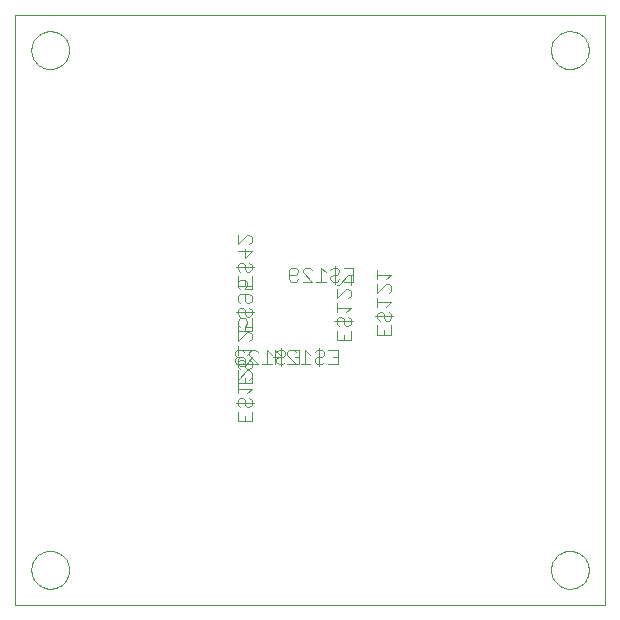
<source format=gbo>
G75*
G70*
%OFA0B0*%
%FSLAX24Y24*%
%IPPOS*%
%LPD*%
%AMOC8*
5,1,8,0,0,1.08239X$1,22.5*
%
%ADD10C,0.0000*%
%ADD11C,0.0040*%
D10*
X003295Y003295D02*
X022980Y003295D01*
X022980Y022980D01*
X003295Y022980D01*
X003295Y003295D01*
X003846Y004476D02*
X003848Y004526D01*
X003854Y004576D01*
X003864Y004625D01*
X003878Y004673D01*
X003895Y004720D01*
X003916Y004765D01*
X003941Y004809D01*
X003969Y004850D01*
X004001Y004889D01*
X004035Y004926D01*
X004072Y004960D01*
X004112Y004990D01*
X004154Y005017D01*
X004198Y005041D01*
X004244Y005062D01*
X004291Y005078D01*
X004339Y005091D01*
X004389Y005100D01*
X004438Y005105D01*
X004489Y005106D01*
X004539Y005103D01*
X004588Y005096D01*
X004637Y005085D01*
X004685Y005070D01*
X004731Y005052D01*
X004776Y005030D01*
X004819Y005004D01*
X004860Y004975D01*
X004899Y004943D01*
X004935Y004908D01*
X004967Y004870D01*
X004997Y004830D01*
X005024Y004787D01*
X005047Y004743D01*
X005066Y004697D01*
X005082Y004649D01*
X005094Y004600D01*
X005102Y004551D01*
X005106Y004501D01*
X005106Y004451D01*
X005102Y004401D01*
X005094Y004352D01*
X005082Y004303D01*
X005066Y004255D01*
X005047Y004209D01*
X005024Y004165D01*
X004997Y004122D01*
X004967Y004082D01*
X004935Y004044D01*
X004899Y004009D01*
X004860Y003977D01*
X004819Y003948D01*
X004776Y003922D01*
X004731Y003900D01*
X004685Y003882D01*
X004637Y003867D01*
X004588Y003856D01*
X004539Y003849D01*
X004489Y003846D01*
X004438Y003847D01*
X004389Y003852D01*
X004339Y003861D01*
X004291Y003874D01*
X004244Y003890D01*
X004198Y003911D01*
X004154Y003935D01*
X004112Y003962D01*
X004072Y003992D01*
X004035Y004026D01*
X004001Y004063D01*
X003969Y004102D01*
X003941Y004143D01*
X003916Y004187D01*
X003895Y004232D01*
X003878Y004279D01*
X003864Y004327D01*
X003854Y004376D01*
X003848Y004426D01*
X003846Y004476D01*
X003846Y021799D02*
X003848Y021849D01*
X003854Y021899D01*
X003864Y021948D01*
X003878Y021996D01*
X003895Y022043D01*
X003916Y022088D01*
X003941Y022132D01*
X003969Y022173D01*
X004001Y022212D01*
X004035Y022249D01*
X004072Y022283D01*
X004112Y022313D01*
X004154Y022340D01*
X004198Y022364D01*
X004244Y022385D01*
X004291Y022401D01*
X004339Y022414D01*
X004389Y022423D01*
X004438Y022428D01*
X004489Y022429D01*
X004539Y022426D01*
X004588Y022419D01*
X004637Y022408D01*
X004685Y022393D01*
X004731Y022375D01*
X004776Y022353D01*
X004819Y022327D01*
X004860Y022298D01*
X004899Y022266D01*
X004935Y022231D01*
X004967Y022193D01*
X004997Y022153D01*
X005024Y022110D01*
X005047Y022066D01*
X005066Y022020D01*
X005082Y021972D01*
X005094Y021923D01*
X005102Y021874D01*
X005106Y021824D01*
X005106Y021774D01*
X005102Y021724D01*
X005094Y021675D01*
X005082Y021626D01*
X005066Y021578D01*
X005047Y021532D01*
X005024Y021488D01*
X004997Y021445D01*
X004967Y021405D01*
X004935Y021367D01*
X004899Y021332D01*
X004860Y021300D01*
X004819Y021271D01*
X004776Y021245D01*
X004731Y021223D01*
X004685Y021205D01*
X004637Y021190D01*
X004588Y021179D01*
X004539Y021172D01*
X004489Y021169D01*
X004438Y021170D01*
X004389Y021175D01*
X004339Y021184D01*
X004291Y021197D01*
X004244Y021213D01*
X004198Y021234D01*
X004154Y021258D01*
X004112Y021285D01*
X004072Y021315D01*
X004035Y021349D01*
X004001Y021386D01*
X003969Y021425D01*
X003941Y021466D01*
X003916Y021510D01*
X003895Y021555D01*
X003878Y021602D01*
X003864Y021650D01*
X003854Y021699D01*
X003848Y021749D01*
X003846Y021799D01*
X021169Y021799D02*
X021171Y021849D01*
X021177Y021899D01*
X021187Y021948D01*
X021201Y021996D01*
X021218Y022043D01*
X021239Y022088D01*
X021264Y022132D01*
X021292Y022173D01*
X021324Y022212D01*
X021358Y022249D01*
X021395Y022283D01*
X021435Y022313D01*
X021477Y022340D01*
X021521Y022364D01*
X021567Y022385D01*
X021614Y022401D01*
X021662Y022414D01*
X021712Y022423D01*
X021761Y022428D01*
X021812Y022429D01*
X021862Y022426D01*
X021911Y022419D01*
X021960Y022408D01*
X022008Y022393D01*
X022054Y022375D01*
X022099Y022353D01*
X022142Y022327D01*
X022183Y022298D01*
X022222Y022266D01*
X022258Y022231D01*
X022290Y022193D01*
X022320Y022153D01*
X022347Y022110D01*
X022370Y022066D01*
X022389Y022020D01*
X022405Y021972D01*
X022417Y021923D01*
X022425Y021874D01*
X022429Y021824D01*
X022429Y021774D01*
X022425Y021724D01*
X022417Y021675D01*
X022405Y021626D01*
X022389Y021578D01*
X022370Y021532D01*
X022347Y021488D01*
X022320Y021445D01*
X022290Y021405D01*
X022258Y021367D01*
X022222Y021332D01*
X022183Y021300D01*
X022142Y021271D01*
X022099Y021245D01*
X022054Y021223D01*
X022008Y021205D01*
X021960Y021190D01*
X021911Y021179D01*
X021862Y021172D01*
X021812Y021169D01*
X021761Y021170D01*
X021712Y021175D01*
X021662Y021184D01*
X021614Y021197D01*
X021567Y021213D01*
X021521Y021234D01*
X021477Y021258D01*
X021435Y021285D01*
X021395Y021315D01*
X021358Y021349D01*
X021324Y021386D01*
X021292Y021425D01*
X021264Y021466D01*
X021239Y021510D01*
X021218Y021555D01*
X021201Y021602D01*
X021187Y021650D01*
X021177Y021699D01*
X021171Y021749D01*
X021169Y021799D01*
X021169Y004476D02*
X021171Y004526D01*
X021177Y004576D01*
X021187Y004625D01*
X021201Y004673D01*
X021218Y004720D01*
X021239Y004765D01*
X021264Y004809D01*
X021292Y004850D01*
X021324Y004889D01*
X021358Y004926D01*
X021395Y004960D01*
X021435Y004990D01*
X021477Y005017D01*
X021521Y005041D01*
X021567Y005062D01*
X021614Y005078D01*
X021662Y005091D01*
X021712Y005100D01*
X021761Y005105D01*
X021812Y005106D01*
X021862Y005103D01*
X021911Y005096D01*
X021960Y005085D01*
X022008Y005070D01*
X022054Y005052D01*
X022099Y005030D01*
X022142Y005004D01*
X022183Y004975D01*
X022222Y004943D01*
X022258Y004908D01*
X022290Y004870D01*
X022320Y004830D01*
X022347Y004787D01*
X022370Y004743D01*
X022389Y004697D01*
X022405Y004649D01*
X022417Y004600D01*
X022425Y004551D01*
X022429Y004501D01*
X022429Y004451D01*
X022425Y004401D01*
X022417Y004352D01*
X022405Y004303D01*
X022389Y004255D01*
X022370Y004209D01*
X022347Y004165D01*
X022320Y004122D01*
X022290Y004082D01*
X022258Y004044D01*
X022222Y004009D01*
X022183Y003977D01*
X022142Y003948D01*
X022099Y003922D01*
X022054Y003900D01*
X022008Y003882D01*
X021960Y003867D01*
X021911Y003856D01*
X021862Y003849D01*
X021812Y003846D01*
X021761Y003847D01*
X021712Y003852D01*
X021662Y003861D01*
X021614Y003874D01*
X021567Y003890D01*
X021521Y003911D01*
X021477Y003935D01*
X021435Y003962D01*
X021395Y003992D01*
X021358Y004026D01*
X021324Y004063D01*
X021292Y004102D01*
X021264Y004143D01*
X021239Y004187D01*
X021218Y004232D01*
X021201Y004279D01*
X021187Y004327D01*
X021177Y004376D01*
X021171Y004426D01*
X021169Y004476D01*
D11*
X014057Y011341D02*
X014057Y011801D01*
X013750Y011801D01*
X013596Y011725D02*
X013520Y011801D01*
X013366Y011801D01*
X013289Y011725D01*
X013136Y011648D02*
X012983Y011801D01*
X012983Y011341D01*
X013136Y011341D02*
X012829Y011341D01*
X012777Y011341D02*
X012470Y011341D01*
X012369Y011341D02*
X012676Y011341D01*
X012369Y011648D01*
X012369Y011725D01*
X012445Y011801D01*
X012599Y011801D01*
X012676Y011725D01*
X012777Y011801D02*
X012777Y011341D01*
X012777Y011571D02*
X012624Y011571D01*
X012470Y011801D02*
X012777Y011801D01*
X012317Y011725D02*
X012240Y011801D01*
X012087Y011801D01*
X012010Y011725D01*
X011985Y011801D02*
X012215Y011571D01*
X011908Y011571D01*
X011856Y011648D02*
X011703Y011801D01*
X011703Y011341D01*
X011856Y011341D02*
X011550Y011341D01*
X011396Y011341D02*
X011089Y011648D01*
X011089Y011725D01*
X011166Y011801D01*
X011319Y011801D01*
X011396Y011725D01*
X011195Y011786D02*
X010735Y011786D01*
X010705Y011801D02*
X010629Y011725D01*
X010629Y011648D01*
X010705Y011571D01*
X010629Y011494D01*
X010629Y011418D01*
X010705Y011341D01*
X010859Y011341D01*
X010936Y011418D01*
X010965Y011403D02*
X010965Y011249D01*
X011041Y011173D01*
X011118Y011173D01*
X011195Y011249D01*
X011195Y011403D01*
X011118Y011479D01*
X011118Y011428D02*
X010965Y011274D01*
X010965Y011504D01*
X010888Y011581D01*
X010811Y011581D01*
X010735Y011504D01*
X010735Y011351D01*
X010811Y011274D01*
X010965Y011274D01*
X010965Y011403D02*
X010888Y011479D01*
X010811Y011479D01*
X010735Y011403D01*
X010735Y011249D01*
X010811Y011173D01*
X010735Y011121D02*
X010735Y010814D01*
X011041Y011121D01*
X011118Y011121D01*
X011195Y011044D01*
X011195Y010891D01*
X011118Y010814D01*
X011195Y010712D02*
X011195Y011019D01*
X010965Y010866D02*
X010965Y010712D01*
X011195Y010712D02*
X010735Y010712D01*
X010735Y011019D01*
X010735Y010660D02*
X010735Y010353D01*
X010735Y010507D02*
X011195Y010507D01*
X011041Y010353D01*
X011118Y010200D02*
X011195Y010123D01*
X011195Y009970D01*
X011118Y009893D01*
X011041Y009893D01*
X010965Y009970D01*
X010965Y010123D01*
X010888Y010200D01*
X010811Y010200D01*
X010735Y010123D01*
X010735Y009970D01*
X010811Y009893D01*
X010735Y009740D02*
X010735Y009433D01*
X011195Y009433D01*
X011195Y009740D01*
X010965Y009586D02*
X010965Y009433D01*
X011272Y010046D02*
X010658Y010046D01*
X010658Y011326D02*
X011272Y011326D01*
X011396Y011341D02*
X011089Y011341D01*
X011118Y011428D02*
X011195Y011581D01*
X011041Y011633D02*
X011195Y011786D01*
X010936Y011725D02*
X010859Y011801D01*
X010705Y011801D01*
X010735Y011940D02*
X010735Y011633D01*
X010705Y011571D02*
X010782Y011571D01*
X010735Y012093D02*
X011041Y012400D01*
X011118Y012400D01*
X011195Y012324D01*
X011195Y012170D01*
X011118Y012093D01*
X011195Y012452D02*
X010735Y012452D01*
X010735Y012759D01*
X010735Y012784D02*
X010735Y012630D01*
X010811Y012554D01*
X010965Y012554D02*
X011041Y012707D01*
X011041Y012784D01*
X010965Y012861D01*
X010811Y012861D01*
X010735Y012784D01*
X010811Y012912D02*
X010735Y012989D01*
X010735Y013143D01*
X010811Y013219D01*
X010888Y013219D01*
X010965Y013143D01*
X010965Y012989D01*
X011041Y012912D01*
X011118Y012912D01*
X011195Y012989D01*
X011195Y013143D01*
X011118Y013219D01*
X011118Y013373D02*
X011041Y013373D01*
X010965Y013450D01*
X010965Y013680D01*
X010965Y013833D02*
X011041Y013987D01*
X011041Y014063D01*
X010965Y014140D01*
X010811Y014140D01*
X010735Y014063D01*
X010735Y013910D01*
X010811Y013833D01*
X010735Y013952D02*
X010735Y014259D01*
X010811Y014412D02*
X010735Y014489D01*
X010735Y014643D01*
X010811Y014719D01*
X010888Y014719D01*
X010965Y014643D01*
X010965Y014489D01*
X011041Y014412D01*
X011118Y014412D01*
X011195Y014489D01*
X011195Y014643D01*
X011118Y014719D01*
X011272Y014566D02*
X010658Y014566D01*
X010965Y014873D02*
X010965Y015180D01*
X011118Y015333D02*
X011195Y015410D01*
X011195Y015563D01*
X011118Y015640D01*
X011041Y015640D01*
X010735Y015333D01*
X010735Y015640D01*
X010735Y015103D02*
X011195Y015103D01*
X010965Y014873D01*
X011195Y014259D02*
X011195Y013952D01*
X010735Y013952D01*
X010965Y013952D02*
X010965Y014106D01*
X011195Y014140D02*
X011195Y013833D01*
X010965Y013833D01*
X011118Y013680D02*
X010811Y013680D01*
X010735Y013603D01*
X010735Y013450D01*
X010811Y013373D01*
X011118Y013373D02*
X011195Y013450D01*
X011195Y013603D01*
X011118Y013680D01*
X011272Y013066D02*
X010658Y013066D01*
X010965Y012606D02*
X010965Y012452D01*
X010965Y012554D02*
X011195Y012554D01*
X011195Y012861D01*
X011195Y012759D02*
X011195Y012452D01*
X010735Y012400D02*
X010735Y012093D01*
X011985Y011801D02*
X011985Y011341D01*
X012010Y011418D02*
X012010Y011494D01*
X012087Y011571D01*
X012240Y011571D01*
X012317Y011648D01*
X012317Y011725D01*
X012163Y011878D02*
X012163Y011264D01*
X012087Y011341D02*
X012010Y011418D01*
X012087Y011341D02*
X012240Y011341D01*
X012317Y011418D01*
X013289Y011418D02*
X013289Y011494D01*
X013366Y011571D01*
X013520Y011571D01*
X013596Y011648D01*
X013596Y011725D01*
X013443Y011878D02*
X013443Y011264D01*
X013520Y011341D02*
X013366Y011341D01*
X013289Y011418D01*
X013520Y011341D02*
X013596Y011418D01*
X013750Y011341D02*
X014057Y011341D01*
X014057Y011571D02*
X013903Y011571D01*
X014028Y012143D02*
X014028Y012450D01*
X014105Y012604D02*
X014028Y012680D01*
X014028Y012834D01*
X014105Y012911D01*
X014181Y012911D01*
X014258Y012834D01*
X014258Y012680D01*
X014335Y012604D01*
X014412Y012604D01*
X014488Y012680D01*
X014488Y012834D01*
X014412Y012911D01*
X014335Y013064D02*
X014488Y013217D01*
X014028Y013217D01*
X014028Y013064D02*
X014028Y013371D01*
X014028Y013524D02*
X014335Y013831D01*
X014412Y013831D01*
X014488Y013755D01*
X014488Y013601D01*
X014412Y013524D01*
X014028Y013524D02*
X014028Y013831D01*
X014028Y013985D02*
X014105Y013985D01*
X014412Y014292D01*
X014488Y014292D01*
X014488Y013985D01*
X014579Y014081D02*
X014272Y014081D01*
X014119Y014158D02*
X014042Y014081D01*
X013889Y014081D01*
X013812Y014158D01*
X013812Y014234D01*
X013889Y014311D01*
X014042Y014311D01*
X014119Y014388D01*
X014119Y014465D01*
X014042Y014541D01*
X013889Y014541D01*
X013812Y014465D01*
X013658Y014388D02*
X013505Y014541D01*
X013505Y014081D01*
X013658Y014081D02*
X013351Y014081D01*
X013198Y014081D02*
X012891Y014388D01*
X012891Y014465D01*
X012968Y014541D01*
X013121Y014541D01*
X013198Y014465D01*
X013198Y014081D02*
X012891Y014081D01*
X012738Y014158D02*
X012661Y014081D01*
X012507Y014081D01*
X012431Y014158D01*
X012431Y014465D01*
X012507Y014541D01*
X012661Y014541D01*
X012738Y014465D01*
X012738Y014388D01*
X012661Y014311D01*
X012431Y014311D01*
X013965Y014618D02*
X013965Y014004D01*
X014426Y014311D02*
X014579Y014311D01*
X014579Y014541D02*
X014579Y014081D01*
X014579Y014541D02*
X014272Y014541D01*
X015376Y014466D02*
X015376Y014159D01*
X015376Y014312D02*
X015837Y014312D01*
X015683Y014159D01*
X015683Y014005D02*
X015760Y014005D01*
X015837Y013929D01*
X015837Y013775D01*
X015760Y013698D01*
X015683Y014005D02*
X015376Y013698D01*
X015376Y014005D01*
X015376Y013545D02*
X015376Y013238D01*
X015376Y013391D02*
X015837Y013391D01*
X015683Y013238D01*
X015760Y013085D02*
X015837Y013008D01*
X015837Y012854D01*
X015760Y012778D01*
X015683Y012778D01*
X015606Y012854D01*
X015606Y013008D01*
X015530Y013085D01*
X015453Y013085D01*
X015376Y013008D01*
X015376Y012854D01*
X015453Y012778D01*
X015376Y012624D02*
X015376Y012317D01*
X015837Y012317D01*
X015837Y012624D01*
X015606Y012471D02*
X015606Y012317D01*
X015913Y012931D02*
X015300Y012931D01*
X014565Y012757D02*
X013951Y012757D01*
X014258Y012297D02*
X014258Y012143D01*
X014488Y012143D02*
X014028Y012143D01*
X014488Y012143D02*
X014488Y012450D01*
M02*

</source>
